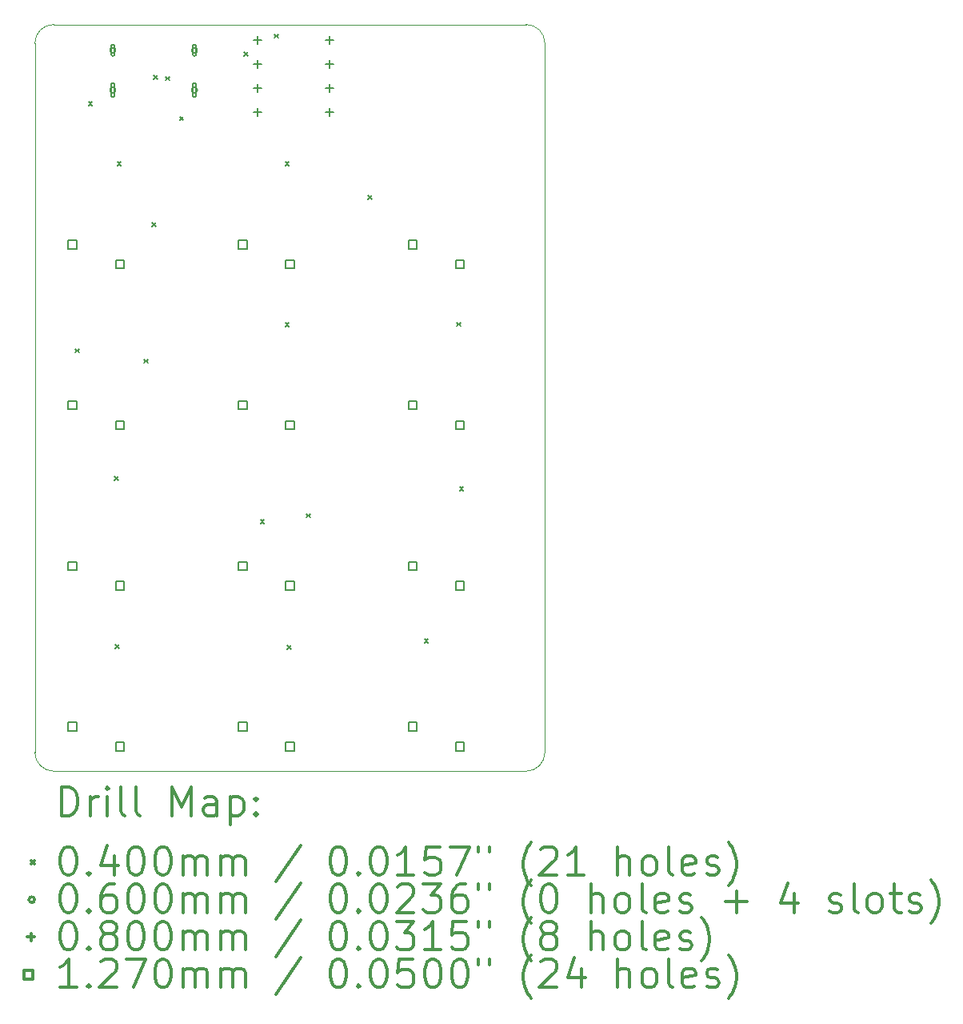
<source format=gbr>
%FSLAX45Y45*%
G04 Gerber Fmt 4.5, Leading zero omitted, Abs format (unit mm)*
G04 Created by KiCad (PCBNEW 5.1.10-88a1d61d58~90~ubuntu20.04.1) date 2021-09-03 02:40:34*
%MOMM*%
%LPD*%
G01*
G04 APERTURE LIST*
%TA.AperFunction,Profile*%
%ADD10C,0.050000*%
%TD*%
%ADD11C,0.200000*%
%ADD12C,0.300000*%
G04 APERTURE END LIST*
D10*
X5654040Y-8923020D02*
X5430000Y-8923020D01*
X10429900Y-8923020D02*
X5654040Y-8923020D01*
X5230000Y-9123020D02*
G75*
G02*
X5430000Y-8923020I200000J0D01*
G01*
X10429900Y-8923020D02*
G75*
G02*
X10629900Y-9123020I0J-200000D01*
G01*
X10630000Y-16620000D02*
G75*
G02*
X10430000Y-16820000I-200000J0D01*
G01*
X5430000Y-16820000D02*
G75*
G02*
X5230000Y-16620000I0J200000D01*
G01*
X10630000Y-16620000D02*
X10629900Y-9123020D01*
X5430000Y-16820000D02*
X10430000Y-16820000D01*
X5230000Y-16620000D02*
X5230000Y-9123020D01*
D11*
X5659440Y-12352340D02*
X5699440Y-12392340D01*
X5699440Y-12352340D02*
X5659440Y-12392340D01*
X5799140Y-9743760D02*
X5839140Y-9783760D01*
X5839140Y-9743760D02*
X5799140Y-9783760D01*
X6076000Y-13701080D02*
X6116000Y-13741080D01*
X6116000Y-13701080D02*
X6076000Y-13741080D01*
X6083620Y-15481620D02*
X6123620Y-15521620D01*
X6123620Y-15481620D02*
X6083620Y-15521620D01*
X6103940Y-10373680D02*
X6143940Y-10413680D01*
X6143940Y-10373680D02*
X6103940Y-10413680D01*
X6387150Y-12464100D02*
X6427150Y-12504100D01*
X6427150Y-12464100D02*
X6387150Y-12504100D01*
X6472240Y-11021380D02*
X6512240Y-11061380D01*
X6512240Y-11021380D02*
X6472240Y-11061380D01*
X6487480Y-9459280D02*
X6527480Y-9499280D01*
X6527480Y-9459280D02*
X6487480Y-9499280D01*
X6617020Y-9474520D02*
X6657020Y-9514520D01*
X6657020Y-9474520D02*
X6617020Y-9514520D01*
X6764340Y-9898700D02*
X6804340Y-9938700D01*
X6804340Y-9898700D02*
X6764340Y-9938700D01*
X7445060Y-9215440D02*
X7485060Y-9255440D01*
X7485060Y-9215440D02*
X7445060Y-9255440D01*
X7617780Y-14158280D02*
X7657780Y-14198280D01*
X7657780Y-14158280D02*
X7617780Y-14198280D01*
X7767640Y-9024940D02*
X7807640Y-9064940D01*
X7807640Y-9024940D02*
X7767640Y-9064940D01*
X7881940Y-10373680D02*
X7921940Y-10413680D01*
X7921940Y-10373680D02*
X7881940Y-10413680D01*
X7881940Y-12080560D02*
X7921940Y-12120560D01*
X7921940Y-12080560D02*
X7881940Y-12120560D01*
X7899720Y-15491780D02*
X7939720Y-15531780D01*
X7939720Y-15491780D02*
X7899720Y-15531780D01*
X8108000Y-14096050D02*
X8148000Y-14136050D01*
X8148000Y-14096050D02*
X8108000Y-14136050D01*
X8758240Y-10729280D02*
X8798240Y-10769280D01*
X8798240Y-10729280D02*
X8758240Y-10769280D01*
X9355140Y-15420660D02*
X9395140Y-15460660D01*
X9395140Y-15420660D02*
X9355140Y-15460660D01*
X9698040Y-12072940D02*
X9738040Y-12112940D01*
X9738040Y-12072940D02*
X9698040Y-12112940D01*
X9725980Y-13815380D02*
X9765980Y-13855380D01*
X9765980Y-13815380D02*
X9725980Y-13855380D01*
X6085160Y-9197340D02*
G75*
G03*
X6085160Y-9197340I-30000J0D01*
G01*
X6075160Y-9237340D02*
X6075160Y-9157340D01*
X6035160Y-9237340D02*
X6035160Y-9157340D01*
X6075160Y-9157340D02*
G75*
G03*
X6035160Y-9157340I-20000J0D01*
G01*
X6035160Y-9237340D02*
G75*
G03*
X6075160Y-9237340I20000J0D01*
G01*
X6085160Y-9615340D02*
G75*
G03*
X6085160Y-9615340I-30000J0D01*
G01*
X6075160Y-9670340D02*
X6075160Y-9560340D01*
X6035160Y-9670340D02*
X6035160Y-9560340D01*
X6075160Y-9560340D02*
G75*
G03*
X6035160Y-9560340I-20000J0D01*
G01*
X6035160Y-9670340D02*
G75*
G03*
X6075160Y-9670340I20000J0D01*
G01*
X6949160Y-9197340D02*
G75*
G03*
X6949160Y-9197340I-30000J0D01*
G01*
X6939160Y-9237340D02*
X6939160Y-9157340D01*
X6899160Y-9237340D02*
X6899160Y-9157340D01*
X6939160Y-9157340D02*
G75*
G03*
X6899160Y-9157340I-20000J0D01*
G01*
X6899160Y-9237340D02*
G75*
G03*
X6939160Y-9237340I20000J0D01*
G01*
X6949160Y-9615340D02*
G75*
G03*
X6949160Y-9615340I-30000J0D01*
G01*
X6939160Y-9670340D02*
X6939160Y-9560340D01*
X6899160Y-9670340D02*
X6899160Y-9560340D01*
X6939160Y-9560340D02*
G75*
G03*
X6899160Y-9560340I-20000J0D01*
G01*
X6899160Y-9670340D02*
G75*
G03*
X6939160Y-9670340I20000J0D01*
G01*
X7586980Y-9048120D02*
X7586980Y-9128120D01*
X7546980Y-9088120D02*
X7626980Y-9088120D01*
X7586980Y-9302120D02*
X7586980Y-9382120D01*
X7546980Y-9342120D02*
X7626980Y-9342120D01*
X7586980Y-9556120D02*
X7586980Y-9636120D01*
X7546980Y-9596120D02*
X7626980Y-9596120D01*
X7586980Y-9810120D02*
X7586980Y-9890120D01*
X7546980Y-9850120D02*
X7626980Y-9850120D01*
X8348980Y-9048120D02*
X8348980Y-9128120D01*
X8308980Y-9088120D02*
X8388980Y-9088120D01*
X8348980Y-9302120D02*
X8348980Y-9382120D01*
X8308980Y-9342120D02*
X8388980Y-9342120D01*
X8348980Y-9556120D02*
X8348980Y-9636120D01*
X8308980Y-9596120D02*
X8388980Y-9596120D01*
X8348980Y-9810120D02*
X8348980Y-9890120D01*
X8308980Y-9850120D02*
X8388980Y-9850120D01*
X5674902Y-11294902D02*
X5674902Y-11205098D01*
X5585098Y-11205098D01*
X5585098Y-11294902D01*
X5674902Y-11294902D01*
X5674902Y-12994902D02*
X5674902Y-12905098D01*
X5585098Y-12905098D01*
X5585098Y-12994902D01*
X5674902Y-12994902D01*
X5674902Y-14694902D02*
X5674902Y-14605098D01*
X5585098Y-14605098D01*
X5585098Y-14694902D01*
X5674902Y-14694902D01*
X5674902Y-16394902D02*
X5674902Y-16305098D01*
X5585098Y-16305098D01*
X5585098Y-16394902D01*
X5674902Y-16394902D01*
X6174902Y-11504902D02*
X6174902Y-11415098D01*
X6085098Y-11415098D01*
X6085098Y-11504902D01*
X6174902Y-11504902D01*
X6174902Y-13204902D02*
X6174902Y-13115098D01*
X6085098Y-13115098D01*
X6085098Y-13204902D01*
X6174902Y-13204902D01*
X6174902Y-14904902D02*
X6174902Y-14815098D01*
X6085098Y-14815098D01*
X6085098Y-14904902D01*
X6174902Y-14904902D01*
X6174902Y-16604902D02*
X6174902Y-16515098D01*
X6085098Y-16515098D01*
X6085098Y-16604902D01*
X6174902Y-16604902D01*
X7474902Y-11294902D02*
X7474902Y-11205098D01*
X7385098Y-11205098D01*
X7385098Y-11294902D01*
X7474902Y-11294902D01*
X7474902Y-12994902D02*
X7474902Y-12905098D01*
X7385098Y-12905098D01*
X7385098Y-12994902D01*
X7474902Y-12994902D01*
X7474902Y-14694902D02*
X7474902Y-14605098D01*
X7385098Y-14605098D01*
X7385098Y-14694902D01*
X7474902Y-14694902D01*
X7474902Y-16394902D02*
X7474902Y-16305098D01*
X7385098Y-16305098D01*
X7385098Y-16394902D01*
X7474902Y-16394902D01*
X7974902Y-11504902D02*
X7974902Y-11415098D01*
X7885098Y-11415098D01*
X7885098Y-11504902D01*
X7974902Y-11504902D01*
X7974902Y-13204902D02*
X7974902Y-13115098D01*
X7885098Y-13115098D01*
X7885098Y-13204902D01*
X7974902Y-13204902D01*
X7974902Y-14904902D02*
X7974902Y-14815098D01*
X7885098Y-14815098D01*
X7885098Y-14904902D01*
X7974902Y-14904902D01*
X7974902Y-16604902D02*
X7974902Y-16515098D01*
X7885098Y-16515098D01*
X7885098Y-16604902D01*
X7974902Y-16604902D01*
X9274902Y-11294902D02*
X9274902Y-11205098D01*
X9185098Y-11205098D01*
X9185098Y-11294902D01*
X9274902Y-11294902D01*
X9274902Y-12994902D02*
X9274902Y-12905098D01*
X9185098Y-12905098D01*
X9185098Y-12994902D01*
X9274902Y-12994902D01*
X9274902Y-14694902D02*
X9274902Y-14605098D01*
X9185098Y-14605098D01*
X9185098Y-14694902D01*
X9274902Y-14694902D01*
X9274902Y-16394902D02*
X9274902Y-16305098D01*
X9185098Y-16305098D01*
X9185098Y-16394902D01*
X9274902Y-16394902D01*
X9774902Y-11504902D02*
X9774902Y-11415098D01*
X9685098Y-11415098D01*
X9685098Y-11504902D01*
X9774902Y-11504902D01*
X9774902Y-13204902D02*
X9774902Y-13115098D01*
X9685098Y-13115098D01*
X9685098Y-13204902D01*
X9774902Y-13204902D01*
X9774902Y-14904902D02*
X9774902Y-14815098D01*
X9685098Y-14815098D01*
X9685098Y-14904902D01*
X9774902Y-14904902D01*
X9774902Y-16604902D02*
X9774902Y-16515098D01*
X9685098Y-16515098D01*
X9685098Y-16604902D01*
X9774902Y-16604902D01*
D12*
X5513928Y-17288214D02*
X5513928Y-16988214D01*
X5585357Y-16988214D01*
X5628214Y-17002500D01*
X5656786Y-17031072D01*
X5671071Y-17059643D01*
X5685357Y-17116786D01*
X5685357Y-17159643D01*
X5671071Y-17216786D01*
X5656786Y-17245357D01*
X5628214Y-17273929D01*
X5585357Y-17288214D01*
X5513928Y-17288214D01*
X5813928Y-17288214D02*
X5813928Y-17088214D01*
X5813928Y-17145357D02*
X5828214Y-17116786D01*
X5842500Y-17102500D01*
X5871071Y-17088214D01*
X5899643Y-17088214D01*
X5999643Y-17288214D02*
X5999643Y-17088214D01*
X5999643Y-16988214D02*
X5985357Y-17002500D01*
X5999643Y-17016786D01*
X6013928Y-17002500D01*
X5999643Y-16988214D01*
X5999643Y-17016786D01*
X6185357Y-17288214D02*
X6156786Y-17273929D01*
X6142500Y-17245357D01*
X6142500Y-16988214D01*
X6342500Y-17288214D02*
X6313928Y-17273929D01*
X6299643Y-17245357D01*
X6299643Y-16988214D01*
X6685357Y-17288214D02*
X6685357Y-16988214D01*
X6785357Y-17202500D01*
X6885357Y-16988214D01*
X6885357Y-17288214D01*
X7156786Y-17288214D02*
X7156786Y-17131072D01*
X7142500Y-17102500D01*
X7113928Y-17088214D01*
X7056786Y-17088214D01*
X7028214Y-17102500D01*
X7156786Y-17273929D02*
X7128214Y-17288214D01*
X7056786Y-17288214D01*
X7028214Y-17273929D01*
X7013928Y-17245357D01*
X7013928Y-17216786D01*
X7028214Y-17188214D01*
X7056786Y-17173929D01*
X7128214Y-17173929D01*
X7156786Y-17159643D01*
X7299643Y-17088214D02*
X7299643Y-17388214D01*
X7299643Y-17102500D02*
X7328214Y-17088214D01*
X7385357Y-17088214D01*
X7413928Y-17102500D01*
X7428214Y-17116786D01*
X7442500Y-17145357D01*
X7442500Y-17231072D01*
X7428214Y-17259643D01*
X7413928Y-17273929D01*
X7385357Y-17288214D01*
X7328214Y-17288214D01*
X7299643Y-17273929D01*
X7571071Y-17259643D02*
X7585357Y-17273929D01*
X7571071Y-17288214D01*
X7556786Y-17273929D01*
X7571071Y-17259643D01*
X7571071Y-17288214D01*
X7571071Y-17102500D02*
X7585357Y-17116786D01*
X7571071Y-17131072D01*
X7556786Y-17116786D01*
X7571071Y-17102500D01*
X7571071Y-17131072D01*
X5187500Y-17762500D02*
X5227500Y-17802500D01*
X5227500Y-17762500D02*
X5187500Y-17802500D01*
X5571071Y-17618214D02*
X5599643Y-17618214D01*
X5628214Y-17632500D01*
X5642500Y-17646786D01*
X5656786Y-17675357D01*
X5671071Y-17732500D01*
X5671071Y-17803929D01*
X5656786Y-17861072D01*
X5642500Y-17889643D01*
X5628214Y-17903929D01*
X5599643Y-17918214D01*
X5571071Y-17918214D01*
X5542500Y-17903929D01*
X5528214Y-17889643D01*
X5513928Y-17861072D01*
X5499643Y-17803929D01*
X5499643Y-17732500D01*
X5513928Y-17675357D01*
X5528214Y-17646786D01*
X5542500Y-17632500D01*
X5571071Y-17618214D01*
X5799643Y-17889643D02*
X5813928Y-17903929D01*
X5799643Y-17918214D01*
X5785357Y-17903929D01*
X5799643Y-17889643D01*
X5799643Y-17918214D01*
X6071071Y-17718214D02*
X6071071Y-17918214D01*
X5999643Y-17603929D02*
X5928214Y-17818214D01*
X6113928Y-17818214D01*
X6285357Y-17618214D02*
X6313928Y-17618214D01*
X6342500Y-17632500D01*
X6356786Y-17646786D01*
X6371071Y-17675357D01*
X6385357Y-17732500D01*
X6385357Y-17803929D01*
X6371071Y-17861072D01*
X6356786Y-17889643D01*
X6342500Y-17903929D01*
X6313928Y-17918214D01*
X6285357Y-17918214D01*
X6256786Y-17903929D01*
X6242500Y-17889643D01*
X6228214Y-17861072D01*
X6213928Y-17803929D01*
X6213928Y-17732500D01*
X6228214Y-17675357D01*
X6242500Y-17646786D01*
X6256786Y-17632500D01*
X6285357Y-17618214D01*
X6571071Y-17618214D02*
X6599643Y-17618214D01*
X6628214Y-17632500D01*
X6642500Y-17646786D01*
X6656786Y-17675357D01*
X6671071Y-17732500D01*
X6671071Y-17803929D01*
X6656786Y-17861072D01*
X6642500Y-17889643D01*
X6628214Y-17903929D01*
X6599643Y-17918214D01*
X6571071Y-17918214D01*
X6542500Y-17903929D01*
X6528214Y-17889643D01*
X6513928Y-17861072D01*
X6499643Y-17803929D01*
X6499643Y-17732500D01*
X6513928Y-17675357D01*
X6528214Y-17646786D01*
X6542500Y-17632500D01*
X6571071Y-17618214D01*
X6799643Y-17918214D02*
X6799643Y-17718214D01*
X6799643Y-17746786D02*
X6813928Y-17732500D01*
X6842500Y-17718214D01*
X6885357Y-17718214D01*
X6913928Y-17732500D01*
X6928214Y-17761072D01*
X6928214Y-17918214D01*
X6928214Y-17761072D02*
X6942500Y-17732500D01*
X6971071Y-17718214D01*
X7013928Y-17718214D01*
X7042500Y-17732500D01*
X7056786Y-17761072D01*
X7056786Y-17918214D01*
X7199643Y-17918214D02*
X7199643Y-17718214D01*
X7199643Y-17746786D02*
X7213928Y-17732500D01*
X7242500Y-17718214D01*
X7285357Y-17718214D01*
X7313928Y-17732500D01*
X7328214Y-17761072D01*
X7328214Y-17918214D01*
X7328214Y-17761072D02*
X7342500Y-17732500D01*
X7371071Y-17718214D01*
X7413928Y-17718214D01*
X7442500Y-17732500D01*
X7456786Y-17761072D01*
X7456786Y-17918214D01*
X8042500Y-17603929D02*
X7785357Y-17989643D01*
X8428214Y-17618214D02*
X8456786Y-17618214D01*
X8485357Y-17632500D01*
X8499643Y-17646786D01*
X8513928Y-17675357D01*
X8528214Y-17732500D01*
X8528214Y-17803929D01*
X8513928Y-17861072D01*
X8499643Y-17889643D01*
X8485357Y-17903929D01*
X8456786Y-17918214D01*
X8428214Y-17918214D01*
X8399643Y-17903929D01*
X8385357Y-17889643D01*
X8371071Y-17861072D01*
X8356786Y-17803929D01*
X8356786Y-17732500D01*
X8371071Y-17675357D01*
X8385357Y-17646786D01*
X8399643Y-17632500D01*
X8428214Y-17618214D01*
X8656786Y-17889643D02*
X8671071Y-17903929D01*
X8656786Y-17918214D01*
X8642500Y-17903929D01*
X8656786Y-17889643D01*
X8656786Y-17918214D01*
X8856786Y-17618214D02*
X8885357Y-17618214D01*
X8913928Y-17632500D01*
X8928214Y-17646786D01*
X8942500Y-17675357D01*
X8956786Y-17732500D01*
X8956786Y-17803929D01*
X8942500Y-17861072D01*
X8928214Y-17889643D01*
X8913928Y-17903929D01*
X8885357Y-17918214D01*
X8856786Y-17918214D01*
X8828214Y-17903929D01*
X8813928Y-17889643D01*
X8799643Y-17861072D01*
X8785357Y-17803929D01*
X8785357Y-17732500D01*
X8799643Y-17675357D01*
X8813928Y-17646786D01*
X8828214Y-17632500D01*
X8856786Y-17618214D01*
X9242500Y-17918214D02*
X9071071Y-17918214D01*
X9156786Y-17918214D02*
X9156786Y-17618214D01*
X9128214Y-17661072D01*
X9099643Y-17689643D01*
X9071071Y-17703929D01*
X9513928Y-17618214D02*
X9371071Y-17618214D01*
X9356786Y-17761072D01*
X9371071Y-17746786D01*
X9399643Y-17732500D01*
X9471071Y-17732500D01*
X9499643Y-17746786D01*
X9513928Y-17761072D01*
X9528214Y-17789643D01*
X9528214Y-17861072D01*
X9513928Y-17889643D01*
X9499643Y-17903929D01*
X9471071Y-17918214D01*
X9399643Y-17918214D01*
X9371071Y-17903929D01*
X9356786Y-17889643D01*
X9628214Y-17618214D02*
X9828214Y-17618214D01*
X9699643Y-17918214D01*
X9928214Y-17618214D02*
X9928214Y-17675357D01*
X10042500Y-17618214D02*
X10042500Y-17675357D01*
X10485357Y-18032500D02*
X10471071Y-18018214D01*
X10442500Y-17975357D01*
X10428214Y-17946786D01*
X10413928Y-17903929D01*
X10399643Y-17832500D01*
X10399643Y-17775357D01*
X10413928Y-17703929D01*
X10428214Y-17661072D01*
X10442500Y-17632500D01*
X10471071Y-17589643D01*
X10485357Y-17575357D01*
X10585357Y-17646786D02*
X10599643Y-17632500D01*
X10628214Y-17618214D01*
X10699643Y-17618214D01*
X10728214Y-17632500D01*
X10742500Y-17646786D01*
X10756786Y-17675357D01*
X10756786Y-17703929D01*
X10742500Y-17746786D01*
X10571071Y-17918214D01*
X10756786Y-17918214D01*
X11042500Y-17918214D02*
X10871071Y-17918214D01*
X10956786Y-17918214D02*
X10956786Y-17618214D01*
X10928214Y-17661072D01*
X10899643Y-17689643D01*
X10871071Y-17703929D01*
X11399643Y-17918214D02*
X11399643Y-17618214D01*
X11528214Y-17918214D02*
X11528214Y-17761072D01*
X11513928Y-17732500D01*
X11485357Y-17718214D01*
X11442500Y-17718214D01*
X11413928Y-17732500D01*
X11399643Y-17746786D01*
X11713928Y-17918214D02*
X11685357Y-17903929D01*
X11671071Y-17889643D01*
X11656786Y-17861072D01*
X11656786Y-17775357D01*
X11671071Y-17746786D01*
X11685357Y-17732500D01*
X11713928Y-17718214D01*
X11756786Y-17718214D01*
X11785357Y-17732500D01*
X11799643Y-17746786D01*
X11813928Y-17775357D01*
X11813928Y-17861072D01*
X11799643Y-17889643D01*
X11785357Y-17903929D01*
X11756786Y-17918214D01*
X11713928Y-17918214D01*
X11985357Y-17918214D02*
X11956786Y-17903929D01*
X11942500Y-17875357D01*
X11942500Y-17618214D01*
X12213928Y-17903929D02*
X12185357Y-17918214D01*
X12128214Y-17918214D01*
X12099643Y-17903929D01*
X12085357Y-17875357D01*
X12085357Y-17761072D01*
X12099643Y-17732500D01*
X12128214Y-17718214D01*
X12185357Y-17718214D01*
X12213928Y-17732500D01*
X12228214Y-17761072D01*
X12228214Y-17789643D01*
X12085357Y-17818214D01*
X12342500Y-17903929D02*
X12371071Y-17918214D01*
X12428214Y-17918214D01*
X12456786Y-17903929D01*
X12471071Y-17875357D01*
X12471071Y-17861072D01*
X12456786Y-17832500D01*
X12428214Y-17818214D01*
X12385357Y-17818214D01*
X12356786Y-17803929D01*
X12342500Y-17775357D01*
X12342500Y-17761072D01*
X12356786Y-17732500D01*
X12385357Y-17718214D01*
X12428214Y-17718214D01*
X12456786Y-17732500D01*
X12571071Y-18032500D02*
X12585357Y-18018214D01*
X12613928Y-17975357D01*
X12628214Y-17946786D01*
X12642500Y-17903929D01*
X12656786Y-17832500D01*
X12656786Y-17775357D01*
X12642500Y-17703929D01*
X12628214Y-17661072D01*
X12613928Y-17632500D01*
X12585357Y-17589643D01*
X12571071Y-17575357D01*
X5227500Y-18178500D02*
G75*
G03*
X5227500Y-18178500I-30000J0D01*
G01*
X5571071Y-18014214D02*
X5599643Y-18014214D01*
X5628214Y-18028500D01*
X5642500Y-18042786D01*
X5656786Y-18071357D01*
X5671071Y-18128500D01*
X5671071Y-18199929D01*
X5656786Y-18257072D01*
X5642500Y-18285643D01*
X5628214Y-18299929D01*
X5599643Y-18314214D01*
X5571071Y-18314214D01*
X5542500Y-18299929D01*
X5528214Y-18285643D01*
X5513928Y-18257072D01*
X5499643Y-18199929D01*
X5499643Y-18128500D01*
X5513928Y-18071357D01*
X5528214Y-18042786D01*
X5542500Y-18028500D01*
X5571071Y-18014214D01*
X5799643Y-18285643D02*
X5813928Y-18299929D01*
X5799643Y-18314214D01*
X5785357Y-18299929D01*
X5799643Y-18285643D01*
X5799643Y-18314214D01*
X6071071Y-18014214D02*
X6013928Y-18014214D01*
X5985357Y-18028500D01*
X5971071Y-18042786D01*
X5942500Y-18085643D01*
X5928214Y-18142786D01*
X5928214Y-18257072D01*
X5942500Y-18285643D01*
X5956786Y-18299929D01*
X5985357Y-18314214D01*
X6042500Y-18314214D01*
X6071071Y-18299929D01*
X6085357Y-18285643D01*
X6099643Y-18257072D01*
X6099643Y-18185643D01*
X6085357Y-18157072D01*
X6071071Y-18142786D01*
X6042500Y-18128500D01*
X5985357Y-18128500D01*
X5956786Y-18142786D01*
X5942500Y-18157072D01*
X5928214Y-18185643D01*
X6285357Y-18014214D02*
X6313928Y-18014214D01*
X6342500Y-18028500D01*
X6356786Y-18042786D01*
X6371071Y-18071357D01*
X6385357Y-18128500D01*
X6385357Y-18199929D01*
X6371071Y-18257072D01*
X6356786Y-18285643D01*
X6342500Y-18299929D01*
X6313928Y-18314214D01*
X6285357Y-18314214D01*
X6256786Y-18299929D01*
X6242500Y-18285643D01*
X6228214Y-18257072D01*
X6213928Y-18199929D01*
X6213928Y-18128500D01*
X6228214Y-18071357D01*
X6242500Y-18042786D01*
X6256786Y-18028500D01*
X6285357Y-18014214D01*
X6571071Y-18014214D02*
X6599643Y-18014214D01*
X6628214Y-18028500D01*
X6642500Y-18042786D01*
X6656786Y-18071357D01*
X6671071Y-18128500D01*
X6671071Y-18199929D01*
X6656786Y-18257072D01*
X6642500Y-18285643D01*
X6628214Y-18299929D01*
X6599643Y-18314214D01*
X6571071Y-18314214D01*
X6542500Y-18299929D01*
X6528214Y-18285643D01*
X6513928Y-18257072D01*
X6499643Y-18199929D01*
X6499643Y-18128500D01*
X6513928Y-18071357D01*
X6528214Y-18042786D01*
X6542500Y-18028500D01*
X6571071Y-18014214D01*
X6799643Y-18314214D02*
X6799643Y-18114214D01*
X6799643Y-18142786D02*
X6813928Y-18128500D01*
X6842500Y-18114214D01*
X6885357Y-18114214D01*
X6913928Y-18128500D01*
X6928214Y-18157072D01*
X6928214Y-18314214D01*
X6928214Y-18157072D02*
X6942500Y-18128500D01*
X6971071Y-18114214D01*
X7013928Y-18114214D01*
X7042500Y-18128500D01*
X7056786Y-18157072D01*
X7056786Y-18314214D01*
X7199643Y-18314214D02*
X7199643Y-18114214D01*
X7199643Y-18142786D02*
X7213928Y-18128500D01*
X7242500Y-18114214D01*
X7285357Y-18114214D01*
X7313928Y-18128500D01*
X7328214Y-18157072D01*
X7328214Y-18314214D01*
X7328214Y-18157072D02*
X7342500Y-18128500D01*
X7371071Y-18114214D01*
X7413928Y-18114214D01*
X7442500Y-18128500D01*
X7456786Y-18157072D01*
X7456786Y-18314214D01*
X8042500Y-17999929D02*
X7785357Y-18385643D01*
X8428214Y-18014214D02*
X8456786Y-18014214D01*
X8485357Y-18028500D01*
X8499643Y-18042786D01*
X8513928Y-18071357D01*
X8528214Y-18128500D01*
X8528214Y-18199929D01*
X8513928Y-18257072D01*
X8499643Y-18285643D01*
X8485357Y-18299929D01*
X8456786Y-18314214D01*
X8428214Y-18314214D01*
X8399643Y-18299929D01*
X8385357Y-18285643D01*
X8371071Y-18257072D01*
X8356786Y-18199929D01*
X8356786Y-18128500D01*
X8371071Y-18071357D01*
X8385357Y-18042786D01*
X8399643Y-18028500D01*
X8428214Y-18014214D01*
X8656786Y-18285643D02*
X8671071Y-18299929D01*
X8656786Y-18314214D01*
X8642500Y-18299929D01*
X8656786Y-18285643D01*
X8656786Y-18314214D01*
X8856786Y-18014214D02*
X8885357Y-18014214D01*
X8913928Y-18028500D01*
X8928214Y-18042786D01*
X8942500Y-18071357D01*
X8956786Y-18128500D01*
X8956786Y-18199929D01*
X8942500Y-18257072D01*
X8928214Y-18285643D01*
X8913928Y-18299929D01*
X8885357Y-18314214D01*
X8856786Y-18314214D01*
X8828214Y-18299929D01*
X8813928Y-18285643D01*
X8799643Y-18257072D01*
X8785357Y-18199929D01*
X8785357Y-18128500D01*
X8799643Y-18071357D01*
X8813928Y-18042786D01*
X8828214Y-18028500D01*
X8856786Y-18014214D01*
X9071071Y-18042786D02*
X9085357Y-18028500D01*
X9113928Y-18014214D01*
X9185357Y-18014214D01*
X9213928Y-18028500D01*
X9228214Y-18042786D01*
X9242500Y-18071357D01*
X9242500Y-18099929D01*
X9228214Y-18142786D01*
X9056786Y-18314214D01*
X9242500Y-18314214D01*
X9342500Y-18014214D02*
X9528214Y-18014214D01*
X9428214Y-18128500D01*
X9471071Y-18128500D01*
X9499643Y-18142786D01*
X9513928Y-18157072D01*
X9528214Y-18185643D01*
X9528214Y-18257072D01*
X9513928Y-18285643D01*
X9499643Y-18299929D01*
X9471071Y-18314214D01*
X9385357Y-18314214D01*
X9356786Y-18299929D01*
X9342500Y-18285643D01*
X9785357Y-18014214D02*
X9728214Y-18014214D01*
X9699643Y-18028500D01*
X9685357Y-18042786D01*
X9656786Y-18085643D01*
X9642500Y-18142786D01*
X9642500Y-18257072D01*
X9656786Y-18285643D01*
X9671071Y-18299929D01*
X9699643Y-18314214D01*
X9756786Y-18314214D01*
X9785357Y-18299929D01*
X9799643Y-18285643D01*
X9813928Y-18257072D01*
X9813928Y-18185643D01*
X9799643Y-18157072D01*
X9785357Y-18142786D01*
X9756786Y-18128500D01*
X9699643Y-18128500D01*
X9671071Y-18142786D01*
X9656786Y-18157072D01*
X9642500Y-18185643D01*
X9928214Y-18014214D02*
X9928214Y-18071357D01*
X10042500Y-18014214D02*
X10042500Y-18071357D01*
X10485357Y-18428500D02*
X10471071Y-18414214D01*
X10442500Y-18371357D01*
X10428214Y-18342786D01*
X10413928Y-18299929D01*
X10399643Y-18228500D01*
X10399643Y-18171357D01*
X10413928Y-18099929D01*
X10428214Y-18057072D01*
X10442500Y-18028500D01*
X10471071Y-17985643D01*
X10485357Y-17971357D01*
X10656786Y-18014214D02*
X10685357Y-18014214D01*
X10713928Y-18028500D01*
X10728214Y-18042786D01*
X10742500Y-18071357D01*
X10756786Y-18128500D01*
X10756786Y-18199929D01*
X10742500Y-18257072D01*
X10728214Y-18285643D01*
X10713928Y-18299929D01*
X10685357Y-18314214D01*
X10656786Y-18314214D01*
X10628214Y-18299929D01*
X10613928Y-18285643D01*
X10599643Y-18257072D01*
X10585357Y-18199929D01*
X10585357Y-18128500D01*
X10599643Y-18071357D01*
X10613928Y-18042786D01*
X10628214Y-18028500D01*
X10656786Y-18014214D01*
X11113928Y-18314214D02*
X11113928Y-18014214D01*
X11242500Y-18314214D02*
X11242500Y-18157072D01*
X11228214Y-18128500D01*
X11199643Y-18114214D01*
X11156786Y-18114214D01*
X11128214Y-18128500D01*
X11113928Y-18142786D01*
X11428214Y-18314214D02*
X11399643Y-18299929D01*
X11385357Y-18285643D01*
X11371071Y-18257072D01*
X11371071Y-18171357D01*
X11385357Y-18142786D01*
X11399643Y-18128500D01*
X11428214Y-18114214D01*
X11471071Y-18114214D01*
X11499643Y-18128500D01*
X11513928Y-18142786D01*
X11528214Y-18171357D01*
X11528214Y-18257072D01*
X11513928Y-18285643D01*
X11499643Y-18299929D01*
X11471071Y-18314214D01*
X11428214Y-18314214D01*
X11699643Y-18314214D02*
X11671071Y-18299929D01*
X11656786Y-18271357D01*
X11656786Y-18014214D01*
X11928214Y-18299929D02*
X11899643Y-18314214D01*
X11842500Y-18314214D01*
X11813928Y-18299929D01*
X11799643Y-18271357D01*
X11799643Y-18157072D01*
X11813928Y-18128500D01*
X11842500Y-18114214D01*
X11899643Y-18114214D01*
X11928214Y-18128500D01*
X11942500Y-18157072D01*
X11942500Y-18185643D01*
X11799643Y-18214214D01*
X12056786Y-18299929D02*
X12085357Y-18314214D01*
X12142500Y-18314214D01*
X12171071Y-18299929D01*
X12185357Y-18271357D01*
X12185357Y-18257072D01*
X12171071Y-18228500D01*
X12142500Y-18214214D01*
X12099643Y-18214214D01*
X12071071Y-18199929D01*
X12056786Y-18171357D01*
X12056786Y-18157072D01*
X12071071Y-18128500D01*
X12099643Y-18114214D01*
X12142500Y-18114214D01*
X12171071Y-18128500D01*
X12542500Y-18199929D02*
X12771071Y-18199929D01*
X12656786Y-18314214D02*
X12656786Y-18085643D01*
X13271071Y-18114214D02*
X13271071Y-18314214D01*
X13199643Y-17999929D02*
X13128214Y-18214214D01*
X13313928Y-18214214D01*
X13642500Y-18299929D02*
X13671071Y-18314214D01*
X13728214Y-18314214D01*
X13756786Y-18299929D01*
X13771071Y-18271357D01*
X13771071Y-18257072D01*
X13756786Y-18228500D01*
X13728214Y-18214214D01*
X13685357Y-18214214D01*
X13656786Y-18199929D01*
X13642500Y-18171357D01*
X13642500Y-18157072D01*
X13656786Y-18128500D01*
X13685357Y-18114214D01*
X13728214Y-18114214D01*
X13756786Y-18128500D01*
X13942500Y-18314214D02*
X13913928Y-18299929D01*
X13899643Y-18271357D01*
X13899643Y-18014214D01*
X14099643Y-18314214D02*
X14071071Y-18299929D01*
X14056786Y-18285643D01*
X14042500Y-18257072D01*
X14042500Y-18171357D01*
X14056786Y-18142786D01*
X14071071Y-18128500D01*
X14099643Y-18114214D01*
X14142500Y-18114214D01*
X14171071Y-18128500D01*
X14185357Y-18142786D01*
X14199643Y-18171357D01*
X14199643Y-18257072D01*
X14185357Y-18285643D01*
X14171071Y-18299929D01*
X14142500Y-18314214D01*
X14099643Y-18314214D01*
X14285357Y-18114214D02*
X14399643Y-18114214D01*
X14328214Y-18014214D02*
X14328214Y-18271357D01*
X14342500Y-18299929D01*
X14371071Y-18314214D01*
X14399643Y-18314214D01*
X14485357Y-18299929D02*
X14513928Y-18314214D01*
X14571071Y-18314214D01*
X14599643Y-18299929D01*
X14613928Y-18271357D01*
X14613928Y-18257072D01*
X14599643Y-18228500D01*
X14571071Y-18214214D01*
X14528214Y-18214214D01*
X14499643Y-18199929D01*
X14485357Y-18171357D01*
X14485357Y-18157072D01*
X14499643Y-18128500D01*
X14528214Y-18114214D01*
X14571071Y-18114214D01*
X14599643Y-18128500D01*
X14713928Y-18428500D02*
X14728214Y-18414214D01*
X14756786Y-18371357D01*
X14771071Y-18342786D01*
X14785357Y-18299929D01*
X14799643Y-18228500D01*
X14799643Y-18171357D01*
X14785357Y-18099929D01*
X14771071Y-18057072D01*
X14756786Y-18028500D01*
X14728214Y-17985643D01*
X14713928Y-17971357D01*
X5187500Y-18534500D02*
X5187500Y-18614500D01*
X5147500Y-18574500D02*
X5227500Y-18574500D01*
X5571071Y-18410214D02*
X5599643Y-18410214D01*
X5628214Y-18424500D01*
X5642500Y-18438786D01*
X5656786Y-18467357D01*
X5671071Y-18524500D01*
X5671071Y-18595929D01*
X5656786Y-18653072D01*
X5642500Y-18681643D01*
X5628214Y-18695929D01*
X5599643Y-18710214D01*
X5571071Y-18710214D01*
X5542500Y-18695929D01*
X5528214Y-18681643D01*
X5513928Y-18653072D01*
X5499643Y-18595929D01*
X5499643Y-18524500D01*
X5513928Y-18467357D01*
X5528214Y-18438786D01*
X5542500Y-18424500D01*
X5571071Y-18410214D01*
X5799643Y-18681643D02*
X5813928Y-18695929D01*
X5799643Y-18710214D01*
X5785357Y-18695929D01*
X5799643Y-18681643D01*
X5799643Y-18710214D01*
X5985357Y-18538786D02*
X5956786Y-18524500D01*
X5942500Y-18510214D01*
X5928214Y-18481643D01*
X5928214Y-18467357D01*
X5942500Y-18438786D01*
X5956786Y-18424500D01*
X5985357Y-18410214D01*
X6042500Y-18410214D01*
X6071071Y-18424500D01*
X6085357Y-18438786D01*
X6099643Y-18467357D01*
X6099643Y-18481643D01*
X6085357Y-18510214D01*
X6071071Y-18524500D01*
X6042500Y-18538786D01*
X5985357Y-18538786D01*
X5956786Y-18553072D01*
X5942500Y-18567357D01*
X5928214Y-18595929D01*
X5928214Y-18653072D01*
X5942500Y-18681643D01*
X5956786Y-18695929D01*
X5985357Y-18710214D01*
X6042500Y-18710214D01*
X6071071Y-18695929D01*
X6085357Y-18681643D01*
X6099643Y-18653072D01*
X6099643Y-18595929D01*
X6085357Y-18567357D01*
X6071071Y-18553072D01*
X6042500Y-18538786D01*
X6285357Y-18410214D02*
X6313928Y-18410214D01*
X6342500Y-18424500D01*
X6356786Y-18438786D01*
X6371071Y-18467357D01*
X6385357Y-18524500D01*
X6385357Y-18595929D01*
X6371071Y-18653072D01*
X6356786Y-18681643D01*
X6342500Y-18695929D01*
X6313928Y-18710214D01*
X6285357Y-18710214D01*
X6256786Y-18695929D01*
X6242500Y-18681643D01*
X6228214Y-18653072D01*
X6213928Y-18595929D01*
X6213928Y-18524500D01*
X6228214Y-18467357D01*
X6242500Y-18438786D01*
X6256786Y-18424500D01*
X6285357Y-18410214D01*
X6571071Y-18410214D02*
X6599643Y-18410214D01*
X6628214Y-18424500D01*
X6642500Y-18438786D01*
X6656786Y-18467357D01*
X6671071Y-18524500D01*
X6671071Y-18595929D01*
X6656786Y-18653072D01*
X6642500Y-18681643D01*
X6628214Y-18695929D01*
X6599643Y-18710214D01*
X6571071Y-18710214D01*
X6542500Y-18695929D01*
X6528214Y-18681643D01*
X6513928Y-18653072D01*
X6499643Y-18595929D01*
X6499643Y-18524500D01*
X6513928Y-18467357D01*
X6528214Y-18438786D01*
X6542500Y-18424500D01*
X6571071Y-18410214D01*
X6799643Y-18710214D02*
X6799643Y-18510214D01*
X6799643Y-18538786D02*
X6813928Y-18524500D01*
X6842500Y-18510214D01*
X6885357Y-18510214D01*
X6913928Y-18524500D01*
X6928214Y-18553072D01*
X6928214Y-18710214D01*
X6928214Y-18553072D02*
X6942500Y-18524500D01*
X6971071Y-18510214D01*
X7013928Y-18510214D01*
X7042500Y-18524500D01*
X7056786Y-18553072D01*
X7056786Y-18710214D01*
X7199643Y-18710214D02*
X7199643Y-18510214D01*
X7199643Y-18538786D02*
X7213928Y-18524500D01*
X7242500Y-18510214D01*
X7285357Y-18510214D01*
X7313928Y-18524500D01*
X7328214Y-18553072D01*
X7328214Y-18710214D01*
X7328214Y-18553072D02*
X7342500Y-18524500D01*
X7371071Y-18510214D01*
X7413928Y-18510214D01*
X7442500Y-18524500D01*
X7456786Y-18553072D01*
X7456786Y-18710214D01*
X8042500Y-18395929D02*
X7785357Y-18781643D01*
X8428214Y-18410214D02*
X8456786Y-18410214D01*
X8485357Y-18424500D01*
X8499643Y-18438786D01*
X8513928Y-18467357D01*
X8528214Y-18524500D01*
X8528214Y-18595929D01*
X8513928Y-18653072D01*
X8499643Y-18681643D01*
X8485357Y-18695929D01*
X8456786Y-18710214D01*
X8428214Y-18710214D01*
X8399643Y-18695929D01*
X8385357Y-18681643D01*
X8371071Y-18653072D01*
X8356786Y-18595929D01*
X8356786Y-18524500D01*
X8371071Y-18467357D01*
X8385357Y-18438786D01*
X8399643Y-18424500D01*
X8428214Y-18410214D01*
X8656786Y-18681643D02*
X8671071Y-18695929D01*
X8656786Y-18710214D01*
X8642500Y-18695929D01*
X8656786Y-18681643D01*
X8656786Y-18710214D01*
X8856786Y-18410214D02*
X8885357Y-18410214D01*
X8913928Y-18424500D01*
X8928214Y-18438786D01*
X8942500Y-18467357D01*
X8956786Y-18524500D01*
X8956786Y-18595929D01*
X8942500Y-18653072D01*
X8928214Y-18681643D01*
X8913928Y-18695929D01*
X8885357Y-18710214D01*
X8856786Y-18710214D01*
X8828214Y-18695929D01*
X8813928Y-18681643D01*
X8799643Y-18653072D01*
X8785357Y-18595929D01*
X8785357Y-18524500D01*
X8799643Y-18467357D01*
X8813928Y-18438786D01*
X8828214Y-18424500D01*
X8856786Y-18410214D01*
X9056786Y-18410214D02*
X9242500Y-18410214D01*
X9142500Y-18524500D01*
X9185357Y-18524500D01*
X9213928Y-18538786D01*
X9228214Y-18553072D01*
X9242500Y-18581643D01*
X9242500Y-18653072D01*
X9228214Y-18681643D01*
X9213928Y-18695929D01*
X9185357Y-18710214D01*
X9099643Y-18710214D01*
X9071071Y-18695929D01*
X9056786Y-18681643D01*
X9528214Y-18710214D02*
X9356786Y-18710214D01*
X9442500Y-18710214D02*
X9442500Y-18410214D01*
X9413928Y-18453072D01*
X9385357Y-18481643D01*
X9356786Y-18495929D01*
X9799643Y-18410214D02*
X9656786Y-18410214D01*
X9642500Y-18553072D01*
X9656786Y-18538786D01*
X9685357Y-18524500D01*
X9756786Y-18524500D01*
X9785357Y-18538786D01*
X9799643Y-18553072D01*
X9813928Y-18581643D01*
X9813928Y-18653072D01*
X9799643Y-18681643D01*
X9785357Y-18695929D01*
X9756786Y-18710214D01*
X9685357Y-18710214D01*
X9656786Y-18695929D01*
X9642500Y-18681643D01*
X9928214Y-18410214D02*
X9928214Y-18467357D01*
X10042500Y-18410214D02*
X10042500Y-18467357D01*
X10485357Y-18824500D02*
X10471071Y-18810214D01*
X10442500Y-18767357D01*
X10428214Y-18738786D01*
X10413928Y-18695929D01*
X10399643Y-18624500D01*
X10399643Y-18567357D01*
X10413928Y-18495929D01*
X10428214Y-18453072D01*
X10442500Y-18424500D01*
X10471071Y-18381643D01*
X10485357Y-18367357D01*
X10642500Y-18538786D02*
X10613928Y-18524500D01*
X10599643Y-18510214D01*
X10585357Y-18481643D01*
X10585357Y-18467357D01*
X10599643Y-18438786D01*
X10613928Y-18424500D01*
X10642500Y-18410214D01*
X10699643Y-18410214D01*
X10728214Y-18424500D01*
X10742500Y-18438786D01*
X10756786Y-18467357D01*
X10756786Y-18481643D01*
X10742500Y-18510214D01*
X10728214Y-18524500D01*
X10699643Y-18538786D01*
X10642500Y-18538786D01*
X10613928Y-18553072D01*
X10599643Y-18567357D01*
X10585357Y-18595929D01*
X10585357Y-18653072D01*
X10599643Y-18681643D01*
X10613928Y-18695929D01*
X10642500Y-18710214D01*
X10699643Y-18710214D01*
X10728214Y-18695929D01*
X10742500Y-18681643D01*
X10756786Y-18653072D01*
X10756786Y-18595929D01*
X10742500Y-18567357D01*
X10728214Y-18553072D01*
X10699643Y-18538786D01*
X11113928Y-18710214D02*
X11113928Y-18410214D01*
X11242500Y-18710214D02*
X11242500Y-18553072D01*
X11228214Y-18524500D01*
X11199643Y-18510214D01*
X11156786Y-18510214D01*
X11128214Y-18524500D01*
X11113928Y-18538786D01*
X11428214Y-18710214D02*
X11399643Y-18695929D01*
X11385357Y-18681643D01*
X11371071Y-18653072D01*
X11371071Y-18567357D01*
X11385357Y-18538786D01*
X11399643Y-18524500D01*
X11428214Y-18510214D01*
X11471071Y-18510214D01*
X11499643Y-18524500D01*
X11513928Y-18538786D01*
X11528214Y-18567357D01*
X11528214Y-18653072D01*
X11513928Y-18681643D01*
X11499643Y-18695929D01*
X11471071Y-18710214D01*
X11428214Y-18710214D01*
X11699643Y-18710214D02*
X11671071Y-18695929D01*
X11656786Y-18667357D01*
X11656786Y-18410214D01*
X11928214Y-18695929D02*
X11899643Y-18710214D01*
X11842500Y-18710214D01*
X11813928Y-18695929D01*
X11799643Y-18667357D01*
X11799643Y-18553072D01*
X11813928Y-18524500D01*
X11842500Y-18510214D01*
X11899643Y-18510214D01*
X11928214Y-18524500D01*
X11942500Y-18553072D01*
X11942500Y-18581643D01*
X11799643Y-18610214D01*
X12056786Y-18695929D02*
X12085357Y-18710214D01*
X12142500Y-18710214D01*
X12171071Y-18695929D01*
X12185357Y-18667357D01*
X12185357Y-18653072D01*
X12171071Y-18624500D01*
X12142500Y-18610214D01*
X12099643Y-18610214D01*
X12071071Y-18595929D01*
X12056786Y-18567357D01*
X12056786Y-18553072D01*
X12071071Y-18524500D01*
X12099643Y-18510214D01*
X12142500Y-18510214D01*
X12171071Y-18524500D01*
X12285357Y-18824500D02*
X12299643Y-18810214D01*
X12328214Y-18767357D01*
X12342500Y-18738786D01*
X12356786Y-18695929D01*
X12371071Y-18624500D01*
X12371071Y-18567357D01*
X12356786Y-18495929D01*
X12342500Y-18453072D01*
X12328214Y-18424500D01*
X12299643Y-18381643D01*
X12285357Y-18367357D01*
X5208902Y-19015402D02*
X5208902Y-18925598D01*
X5119098Y-18925598D01*
X5119098Y-19015402D01*
X5208902Y-19015402D01*
X5671071Y-19106214D02*
X5499643Y-19106214D01*
X5585357Y-19106214D02*
X5585357Y-18806214D01*
X5556786Y-18849072D01*
X5528214Y-18877643D01*
X5499643Y-18891929D01*
X5799643Y-19077643D02*
X5813928Y-19091929D01*
X5799643Y-19106214D01*
X5785357Y-19091929D01*
X5799643Y-19077643D01*
X5799643Y-19106214D01*
X5928214Y-18834786D02*
X5942500Y-18820500D01*
X5971071Y-18806214D01*
X6042500Y-18806214D01*
X6071071Y-18820500D01*
X6085357Y-18834786D01*
X6099643Y-18863357D01*
X6099643Y-18891929D01*
X6085357Y-18934786D01*
X5913928Y-19106214D01*
X6099643Y-19106214D01*
X6199643Y-18806214D02*
X6399643Y-18806214D01*
X6271071Y-19106214D01*
X6571071Y-18806214D02*
X6599643Y-18806214D01*
X6628214Y-18820500D01*
X6642500Y-18834786D01*
X6656786Y-18863357D01*
X6671071Y-18920500D01*
X6671071Y-18991929D01*
X6656786Y-19049072D01*
X6642500Y-19077643D01*
X6628214Y-19091929D01*
X6599643Y-19106214D01*
X6571071Y-19106214D01*
X6542500Y-19091929D01*
X6528214Y-19077643D01*
X6513928Y-19049072D01*
X6499643Y-18991929D01*
X6499643Y-18920500D01*
X6513928Y-18863357D01*
X6528214Y-18834786D01*
X6542500Y-18820500D01*
X6571071Y-18806214D01*
X6799643Y-19106214D02*
X6799643Y-18906214D01*
X6799643Y-18934786D02*
X6813928Y-18920500D01*
X6842500Y-18906214D01*
X6885357Y-18906214D01*
X6913928Y-18920500D01*
X6928214Y-18949072D01*
X6928214Y-19106214D01*
X6928214Y-18949072D02*
X6942500Y-18920500D01*
X6971071Y-18906214D01*
X7013928Y-18906214D01*
X7042500Y-18920500D01*
X7056786Y-18949072D01*
X7056786Y-19106214D01*
X7199643Y-19106214D02*
X7199643Y-18906214D01*
X7199643Y-18934786D02*
X7213928Y-18920500D01*
X7242500Y-18906214D01*
X7285357Y-18906214D01*
X7313928Y-18920500D01*
X7328214Y-18949072D01*
X7328214Y-19106214D01*
X7328214Y-18949072D02*
X7342500Y-18920500D01*
X7371071Y-18906214D01*
X7413928Y-18906214D01*
X7442500Y-18920500D01*
X7456786Y-18949072D01*
X7456786Y-19106214D01*
X8042500Y-18791929D02*
X7785357Y-19177643D01*
X8428214Y-18806214D02*
X8456786Y-18806214D01*
X8485357Y-18820500D01*
X8499643Y-18834786D01*
X8513928Y-18863357D01*
X8528214Y-18920500D01*
X8528214Y-18991929D01*
X8513928Y-19049072D01*
X8499643Y-19077643D01*
X8485357Y-19091929D01*
X8456786Y-19106214D01*
X8428214Y-19106214D01*
X8399643Y-19091929D01*
X8385357Y-19077643D01*
X8371071Y-19049072D01*
X8356786Y-18991929D01*
X8356786Y-18920500D01*
X8371071Y-18863357D01*
X8385357Y-18834786D01*
X8399643Y-18820500D01*
X8428214Y-18806214D01*
X8656786Y-19077643D02*
X8671071Y-19091929D01*
X8656786Y-19106214D01*
X8642500Y-19091929D01*
X8656786Y-19077643D01*
X8656786Y-19106214D01*
X8856786Y-18806214D02*
X8885357Y-18806214D01*
X8913928Y-18820500D01*
X8928214Y-18834786D01*
X8942500Y-18863357D01*
X8956786Y-18920500D01*
X8956786Y-18991929D01*
X8942500Y-19049072D01*
X8928214Y-19077643D01*
X8913928Y-19091929D01*
X8885357Y-19106214D01*
X8856786Y-19106214D01*
X8828214Y-19091929D01*
X8813928Y-19077643D01*
X8799643Y-19049072D01*
X8785357Y-18991929D01*
X8785357Y-18920500D01*
X8799643Y-18863357D01*
X8813928Y-18834786D01*
X8828214Y-18820500D01*
X8856786Y-18806214D01*
X9228214Y-18806214D02*
X9085357Y-18806214D01*
X9071071Y-18949072D01*
X9085357Y-18934786D01*
X9113928Y-18920500D01*
X9185357Y-18920500D01*
X9213928Y-18934786D01*
X9228214Y-18949072D01*
X9242500Y-18977643D01*
X9242500Y-19049072D01*
X9228214Y-19077643D01*
X9213928Y-19091929D01*
X9185357Y-19106214D01*
X9113928Y-19106214D01*
X9085357Y-19091929D01*
X9071071Y-19077643D01*
X9428214Y-18806214D02*
X9456786Y-18806214D01*
X9485357Y-18820500D01*
X9499643Y-18834786D01*
X9513928Y-18863357D01*
X9528214Y-18920500D01*
X9528214Y-18991929D01*
X9513928Y-19049072D01*
X9499643Y-19077643D01*
X9485357Y-19091929D01*
X9456786Y-19106214D01*
X9428214Y-19106214D01*
X9399643Y-19091929D01*
X9385357Y-19077643D01*
X9371071Y-19049072D01*
X9356786Y-18991929D01*
X9356786Y-18920500D01*
X9371071Y-18863357D01*
X9385357Y-18834786D01*
X9399643Y-18820500D01*
X9428214Y-18806214D01*
X9713928Y-18806214D02*
X9742500Y-18806214D01*
X9771071Y-18820500D01*
X9785357Y-18834786D01*
X9799643Y-18863357D01*
X9813928Y-18920500D01*
X9813928Y-18991929D01*
X9799643Y-19049072D01*
X9785357Y-19077643D01*
X9771071Y-19091929D01*
X9742500Y-19106214D01*
X9713928Y-19106214D01*
X9685357Y-19091929D01*
X9671071Y-19077643D01*
X9656786Y-19049072D01*
X9642500Y-18991929D01*
X9642500Y-18920500D01*
X9656786Y-18863357D01*
X9671071Y-18834786D01*
X9685357Y-18820500D01*
X9713928Y-18806214D01*
X9928214Y-18806214D02*
X9928214Y-18863357D01*
X10042500Y-18806214D02*
X10042500Y-18863357D01*
X10485357Y-19220500D02*
X10471071Y-19206214D01*
X10442500Y-19163357D01*
X10428214Y-19134786D01*
X10413928Y-19091929D01*
X10399643Y-19020500D01*
X10399643Y-18963357D01*
X10413928Y-18891929D01*
X10428214Y-18849072D01*
X10442500Y-18820500D01*
X10471071Y-18777643D01*
X10485357Y-18763357D01*
X10585357Y-18834786D02*
X10599643Y-18820500D01*
X10628214Y-18806214D01*
X10699643Y-18806214D01*
X10728214Y-18820500D01*
X10742500Y-18834786D01*
X10756786Y-18863357D01*
X10756786Y-18891929D01*
X10742500Y-18934786D01*
X10571071Y-19106214D01*
X10756786Y-19106214D01*
X11013928Y-18906214D02*
X11013928Y-19106214D01*
X10942500Y-18791929D02*
X10871071Y-19006214D01*
X11056786Y-19006214D01*
X11399643Y-19106214D02*
X11399643Y-18806214D01*
X11528214Y-19106214D02*
X11528214Y-18949072D01*
X11513928Y-18920500D01*
X11485357Y-18906214D01*
X11442500Y-18906214D01*
X11413928Y-18920500D01*
X11399643Y-18934786D01*
X11713928Y-19106214D02*
X11685357Y-19091929D01*
X11671071Y-19077643D01*
X11656786Y-19049072D01*
X11656786Y-18963357D01*
X11671071Y-18934786D01*
X11685357Y-18920500D01*
X11713928Y-18906214D01*
X11756786Y-18906214D01*
X11785357Y-18920500D01*
X11799643Y-18934786D01*
X11813928Y-18963357D01*
X11813928Y-19049072D01*
X11799643Y-19077643D01*
X11785357Y-19091929D01*
X11756786Y-19106214D01*
X11713928Y-19106214D01*
X11985357Y-19106214D02*
X11956786Y-19091929D01*
X11942500Y-19063357D01*
X11942500Y-18806214D01*
X12213928Y-19091929D02*
X12185357Y-19106214D01*
X12128214Y-19106214D01*
X12099643Y-19091929D01*
X12085357Y-19063357D01*
X12085357Y-18949072D01*
X12099643Y-18920500D01*
X12128214Y-18906214D01*
X12185357Y-18906214D01*
X12213928Y-18920500D01*
X12228214Y-18949072D01*
X12228214Y-18977643D01*
X12085357Y-19006214D01*
X12342500Y-19091929D02*
X12371071Y-19106214D01*
X12428214Y-19106214D01*
X12456786Y-19091929D01*
X12471071Y-19063357D01*
X12471071Y-19049072D01*
X12456786Y-19020500D01*
X12428214Y-19006214D01*
X12385357Y-19006214D01*
X12356786Y-18991929D01*
X12342500Y-18963357D01*
X12342500Y-18949072D01*
X12356786Y-18920500D01*
X12385357Y-18906214D01*
X12428214Y-18906214D01*
X12456786Y-18920500D01*
X12571071Y-19220500D02*
X12585357Y-19206214D01*
X12613928Y-19163357D01*
X12628214Y-19134786D01*
X12642500Y-19091929D01*
X12656786Y-19020500D01*
X12656786Y-18963357D01*
X12642500Y-18891929D01*
X12628214Y-18849072D01*
X12613928Y-18820500D01*
X12585357Y-18777643D01*
X12571071Y-18763357D01*
M02*

</source>
